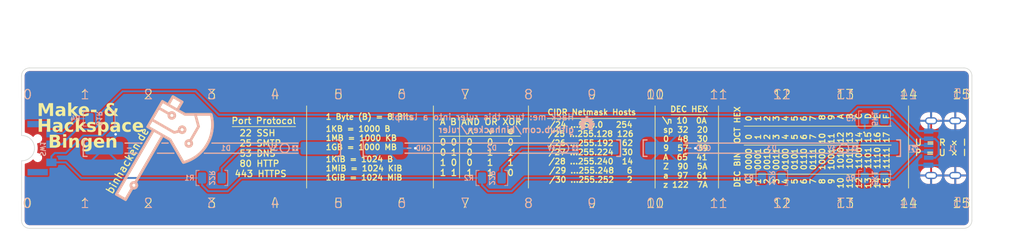
<source format=kicad_pcb>
(kicad_pcb (version 20241229) (generator "pcbnew") (generator_version "9.0")
  (title_block (title "PCB Ruler \"Bright Start\"") (date "2025-09-01") (rev "1") (company "Make- & Hackspace Bingen") (comment 1 "Designed with <3 by Stefan"))
  (layers (0 "F.Cu" signal) (2 "B.Cu" signal) (13 "F.Paste" user) (15 "B.Paste" user) (5 "F.SilkS" user "F.Silkscreen") (7 "B.SilkS" user "B.Silkscreen") (1 "F.Mask" user) (3 "B.Mask" user) (25 "Edge.Cuts" user))
  (net 0 "")
  (net 1 "Net-(D1-A)")
  (net 2 "GND")
  (net 3 "Net-(D2-A)")
  (net 4 "Net-(D3-A)")
  (net 5 "+5V")
  (net 6 "Net-(R1-Pad2)")
  (net 7 "Net-(U1-CC1)")
  (net 8 "Net-(U1-CC2)")
  (net 9 "Net-(R4-Pad2)")
  (footprint "_mykicadlib:binhacken_axe_10" (layer "F.Cu") (at 83.518093 98.648063 -30)
    (property "Reference" "G***" (hide yes))
    (property "Value" "LOGO" (hide yes))
  )
  (footprint "_mykicadlib:binhacken-axe-10mm-filled" (layer "F.Cu") (at 83.525784 98.649519 -30)
    (property "Reference" "G***" (hide yes))
    (property "Value" "LOGO" (hide yes))
  )
  (footprint "_mykicadlib:R_1206_3216Metric_Pad1.30x1.75mm_HandSolder" (layer "B.Cu") (at 90.794375 102.2 180)
    (property "Reference" "R1" (at 3.544375 0 0) (layer "B.SilkS") (effects (font (size 0.8 0.8) (thickness 0.16) (bold yes)) (justify mirror)))
    (property "Value" "22R" (at 0 0 270) (layer "B.SilkS") (effects (font (size 0.8 0.8) (thickness 0.16) (bold yes)) (justify mirror)))
    (pad "1" smd roundrect (at -1.55 0 180) (size 1.3 1.75) (layers "B.Cu" "B.Mask" "B.Paste") (roundrect_rratio 0.192308) (net 1 "Net-(D1-A)"))
    (pad "2" smd roundrect (at 1.55 0 180) (size 1.3 1.75) (layers "B.Cu" "B.Mask" "B.Paste") (roundrect_rratio 0.192308) (net 6 "Net-(R1-Pad2)"))
  )
  (footprint "_mykicadlib:LED_Filament_38mm" (layer "B.Cu") (at 134.98375 97.48306)
    (property "Reference" "D2" (at 0 -0.05 0) (layer "B.SilkS") (effects (font (size 0.8 0.8) (thickness 0.16) (bold yes)) (justify mirror)))
    (property "Value" "LED")
    (fp_text user "+" (at 13.75 0.05 180) (layer "B.SilkS" knockout) (effects (font (size 0.8 0.8) (thickness 0.16)) (justify right mirror)))
    (fp_text user "-" (at -13.65 0.05 180) (layer "B.SilkS") (effects (font (size 0.8 0.8) (thickness 0.16)) (justify left mirror)))
    (fp_text user "3V" (at 9.5 0 0) (layer "B.SilkS") (effects (font (size 0.8 0.8) (thickness 0.16)) (justify mirror)))
    (fp_text user "GND" (at -10.8 0 0) (layer "B.SilkS") (effects (font (size 0.8 0.8) (thickness 0.16)) (justify mirror)))
    (pad "1" smd roundrect (at -17 0 180) (size 6 2) (layers "B.Cu" "B.Mask" "B.Paste") (roundrect_rratio 0.15) (net 2 "GND"))
    (pad "2" smd roundrect (at 17 0 180) (size 6 2) (layers "B.Cu" "B.Mask" "B.Paste") (roundrect_rratio 0.15) (net 3 "Net-(D2-A)"))
  )
  (footprint "_easyeda2kicad:SW-SMD_3P-P1.50_L2.7-W6.6" (layer "B.Cu") (at 63.76 97.48306 90)
    (property "Reference" "SW1" (at -0.08306 0.34 270) (layer "B.SilkS") (effects (font (size 0.8 0.8) (thickness 0.16) (bold yes)) (justify mirror)))
    (property "Value" "SK-3296S-01-L1")
    (pad "" np_thru_hole circle (at -1.5 -0.46 90) (size 0.9 0.9) (drill 0.9) (layers "*.Cu" "*.Mask"))
    (pad "" np_thru_hole circle (at 1.5 -0.46 90) (size 0.9 0.9) (drill 0.9) (layers "*.Cu" "*.Mask"))
    (pad "0" smd rect (at -3.8 -0.46 90) (size 1 3.2) (layers "B.Cu" "B.Mask" "B.Paste"))
    (pad "0" smd rect (at 3.8 -0.48 90) (size 1 3.24) (layers "B.Cu" "B.Mask" "B.Paste"))
    (pad "1" smd rect (at -2.25 1.7 90) (size 1.2 1.6) (layers "B.Cu" "B.Mask" "B.Paste") (net 6 "Net-(R1-Pad2)"))
    (pad "2" smd rect (at 0.6 1.7 90) (size 1.2 1.6) (layers "B.Cu" "B.Mask" "B.Paste") (net 5 "+5V"))
    (pad "3" smd rect (at 2.3 1.7 90) (size 1.2 1.6) (layers "B.Cu" "B.Mask" "B.Paste") (net 9 "Net-(R4-Pad2)"))
  )
  (footprint "_mykicadlib:R_1206_3216Metric_Pad1.30x1.75mm_HandSolder" (layer "B.Cu") (at 195.381316 92.8)
    (property "Reference" "R5" (at -3.681316 0 0) (layer "B.SilkS") (effects (font (size 0.8 0.8) (thickness 0.16)) (justify mirror)))
    (property "Value" "5K1" (at 0 0 270) (layer "B.SilkS") (effects (font (size 0.8 0.8) (thickness 0.16) (bold yes)) (justify mirror)))
    (pad "1" smd roundrect (at -1.55 0) (size 1.3 1.75) (layers "B.Cu" "B.Mask" "B.Paste") (roundrect_rratio 0.192308) (net 2 "GND"))
    (pad "2" smd roundrect (at 1.55 0) (size 1.3 1.75) (layers "B.Cu" "B.Mask" "B.Paste") (roundrect_rratio 0.192308) (net 7 "Net-(U1-CC1)"))
  )
  (footprint "_artwork:oshw_logo_small" (layer "B.Cu") (at 149.966014 93.546 180)
    (property "Reference" "G***" (hide yes))
    (property "Value" "LOGO" (hide yes))
  )
  (footprint "_mykicadlib:R_1206_3216Metric_Pad1.30x1.75mm_HandSolder" (layer "B.Cu") (at 195.381316 102.2)
    (property "Reference" "R6" (at -3.781316 0 0) (layer "B.SilkS") (effects (font (size 0.8 0.8) (thickness 0.16)) (justify mirror)))
    (property "Value" "5K1" (at 0 0 270) (layer "B.SilkS") (effects (font (size 0.8 0.8) (thickness 0.16) (bold yes)) (justify mirror)))
    (pad "1" smd roundrect (at -1.55 0) (size 1.3 1.75) (layers "B.Cu" "B.Mask" "B.Paste") (roundrect_rratio 0.192308) (net 2 "GND"))
    (pad "2" smd roundrect (at 1.55 0) (size 1.3 1.75) (layers "B.Cu" "B.Mask" "B.Paste") (roundrect_rratio 0.192308) (net 8 "Net-(U1-CC2)"))
  )
  (footprint "_mykicadlib:LED_Filament_38mm" (layer "B.Cu") (at 90.794375 97.48306)
    (property "Reference" "D1" (at 2.2 0 0) (layer "B.SilkS") (effects (font (size 0.8 0.8) (thickness 0.16) (bold yes)) (justify mirror)))
    (property "Value" "LED")
    (fp_text user "3V" (at 9.7 0 0) (layer "B.SilkS") (effects (font (size 0.8 0.8) (thickness 0.16)) (justify mirror)))
    (fp_text user "-" (at -13.65 0.05 180) (layer "B.SilkS") (effects (font (size 0.8 0.8) (thickness 0.16)) (justify left mirror)))
    (fp_text user "+" (at 13.75 0.05 180) (layer "B.SilkS" knockout) (effects (font (size 0.8 0.8) (thickness 0.16)) (justify right mirror)))
    (pad "1" smd roundrect (at -17 0 180) (size 6 2) (layers "B.Cu" "B.Mask" "B.Paste") (roundrect_rratio 0.15) (net 2 "GND"))
    (pad "2" smd roundrect (at 17 0 180) (size 6 2) (layers "B.Cu" "B.Mask" "B.Paste") (roundrect_rratio 0.15) (net 1 "Net-(D1-A)"))
  )
  (footprint "_easyeda2kicad:TYPE-C-SMD_TYPE-C-6P" (layer "B.Cu") (at 206.0925 97.48306 -90)
    (property "Reference" "J1" (at 0.01694 -1.6075 180) (layer "B.SilkS") (effects (font (size 0.8 0.8) (thickness 0.16) (bold yes)) (justify mirror)))
    (property "Value" "TYPE-C 6P")
    (pad "7" thru_hole oval (at -4.32 -2.03 270) (size 1.1 1.9) (drill oval 0.700024 1.500022) (layers "*.Cu" "*.Mask") (net 2 "GND"))
    (pad "7" thru_hole oval (at -4.32 1.78 270) (size 1.1 1.9) (drill oval 0.700024 1.500022) (layers "*.Cu" "*.Mask") (net 2 "GND"))
    (pad "7" thru_hole oval (at 4.32 -2.03 270) (size 1.1 1.9) (drill oval 0.700024 1.500022) (layers "*.Cu" "*.Mask") (net 2 "GND"))
    (pad "7" thru_hole oval (at 4.32 1.78 270) (size 1.1 1.9) (drill oval 0.700024 1.500022) (layers "*.Cu" "*.Mask") (net 2 "GND"))
    (pad "A5" smd rect (at -0.5 2.165 270) (size 0.7 1.47) (layers "B.Cu" "B.Mask" "B.Paste") (net 7 "Net-(U1-CC1)"))
    (pad "A9" smd rect (at 1.5 2.165 270) (size 0.7 1.47) (layers "B.Cu" "B.Mask" "B.Paste") (net 5 "+5V"))
    (pad "A12" smd rect (at 2.7 2.215 270) (size 0.8 1.57) (layers "B.Cu" "B.Mask" "B.Paste") (net 2 "GND"))
    (pad "B5" smd rect (at 0.5 2.165 270) (size 0.7 1.47) (layers "B.Cu" "B.Mask" "B.Paste") (net 8 "Net-(U1-CC2)"))
    (pad "B9" smd rect (at -1.5 2.165 270) (size 0.7 1.47) (layers "B.Cu" "B.Mask" "B.Paste") (net 5 "+5V"))
    (pad "B12" smd rect (at -2.7 2.165 270) (size 0.8 1.47) (layers "B.Cu" "B.Mask" "B.Paste") (net 2 "GND"))
  )
  (footprint "_mykicadlib:R_1206_3216Metric_Pad1.30x1.75mm_HandSolder" (layer "B.Cu") (at 134.98375 102.2 180)
    (property "Reference" "R2" (at 3.63375 0 0) (layer "B.SilkS") (effects (font (size 0.8 0.8) (thickness 0.16) (bold yes)) (justify mirror)))
    (property "Value" "22R" (at 0 0 270) (layer "B.SilkS") (effects (font (size 0.8 0.8) (thickness 0.16) (bold yes)) (justify mirror)))
    (pad "1" smd roundrect (at -1.55 0 180) (size 1.3 1.75) (layers "B.Cu" "B.Mask" "B.Paste") (roundrect_rratio 0.192308) (net 3 "Net-(D2-A)"))
    (pad "2" smd roundrect (at 1.55 0 180) (size 1.3 1.75) (layers "B.Cu" "B.Mask" "B.Paste") (roundrect_rratio 0.192308) (net 6 "Net-(R1-Pad2)"))
  )
  (footprint "_mykicadlib:binhacken-axe-10mm-filled" (layer "B.Cu") (at 83.5 98.638388 150)
    (property "Reference" "G***" (hide yes))
    (property "Value" "LOGO" (hide yes))
  )
  (footprint "_mykicadlib:R_1206_3216Metric_Pad1.30x1.75mm_HandSolder" (layer "B.Cu") (at 179.173125 102.2 180)
    (property "Reference" "R3" (at 3.623125 0 0) (layer "B.SilkS") (effects (font (size 0.8 0.8) (thickness 0.16)) (justify mirror)))
    (property "Value" "22R" (at 0 -0.01 270) (layer "B.SilkS") (effects (font (size 0.8 0.8) (thickness 0.16) (bold yes)) (justify mirror)))
    (pad "1" smd roundrect (at -1.55 0 180) (size 1.3 1.75) (layers "B.Cu" "B.Mask" "B.Paste") (roundrect_rratio 0.192308) (net 4 "Net-(D3-A)"))
    (pad "2" smd roundrect (at 1.55 0 180) (size 1.3 1.75) (layers "B.Cu" "B.Mask" "B.Paste") (roundrect_rratio 0.192308) (net 6 "Net-(R1-Pad2)"))
  )
  (footprint "_mykicadlib:R_1206_3216Metric_Pad1.30x1.75mm_HandSolder" (layer "B.Cu") (at 73 92.8 180)
    (property "Reference" "R4" (at 3.75 0 0) (layer "B.SilkS") (effects (font (size 0.8 0.8) (thickness 0.16)) (justify mirror)))
    (property "Value" "51R" (at 0 0 270) (layer "B.SilkS") (effects (font (size 0.8 0.8) (thickness 0.16) (bold yes)) (justify mirror)))
    (pad "1" smd roundrect (at -1.55 0 180) (size 1.3 1.75) (layers "B.Cu" "B.Mask" "B.Paste") (roundrect_rratio 0.192308) (net 6 "Net-(R1-Pad2)"))
    (pad "2" smd roundrect (at 1.55 0 180) (size 1.3 1.75) (layers "B.Cu" "B.Mask" "B.Paste") (roundrect_rratio 0.192308) (net 9 "Net-(R4-Pad2)"))
  )
  (footprint "_mykicadlib:binhacken_axe_10" (layer "B.Cu") (at 83.518093 98.648063 150)
    (property "Reference" "G***" (hide yes))
    (property "Value" "LOGO" (hide yes))
  )
  (footprint "_mykicadlib:LED_Filament_38mm" (layer "B.Cu") (at 179.173125 97.48306)
    (property "Reference" "D3" (at 0 -0.05 0) (layer "B.SilkS") (effects (font (size 0.8 0.8) (thickness 0.16) (bold yes)) (justify mirror)))
    (property "Value" "LED")
    (fp_text user "3V" (at 9.5 0 0) (layer "B.SilkS") (effects (font (size 0.8 0.8) (thickness 0.16)) (justify mirror)))
    (fp_text user "GND" (at -10.8 0 0) (layer "B.SilkS") (effects (font (size 0.8 0.8) (thickness 0.16)) (justify mirror)))
    (fp_text user "-" (at -13.65 0.05 180) (layer "B.SilkS") (effects (font (size 0.8 0.8) (thickness 0.16)) (justify left mirror)))
    (fp_text user "+" (at 13.75 0.05 180) (layer "B.SilkS" knockout) (effects (font (size 0.8 0.8) (thickness 0.16)) (justify right mirror)))
    (pad "1" smd roundrect (at -17 0 180) (size 6 2) (layers "B.Cu" "B.Mask" "B.Paste") (roundrect_rratio 0.15) (net 2 "GND"))
    (pad "2" smd roundrect (at 17 0 180) (size 6 2) (layers "B.Cu" "B.Mask" "B.Paste") (roundrect_rratio 0.15) (net 4 "Net-(D3-A)"))
  )
  (gr_line (start 200.75 90.8) (end 200.75 103.8) (stroke (width 0.12)) (layer "F.SilkS"))
  (gr_line (start 174.8 94) (end 198 94) (stroke (width 0.12)) (layer "F.SilkS"))
  (gr_line (start 174.8 101.6) (end 198 101.6) (stroke (width 0.12)) (layer "F.SilkS"))
  (gr_line (start 125.75 90.8) (end 125.75 103.8) (stroke (width 0.12)) (layer "F.SilkS"))
  (gr_line (start 160.75 90.8) (end 160.75 103.8) (stroke (width 0.12)) (layer "F.SilkS"))
  (gr_line (start 174.8 97) (end 198 97) (stroke (width 0.12)) (layer "F.SilkS"))
  (gr_line (start 140.75 90.8) (end 140.75 103.8) (stroke (width 0.12)) (layer "F.SilkS"))
  (gr_line (start 163.3 92.2) (end 169 92.2) (stroke (width 0.12)) (layer "F.SilkS"))
  (gr_line (start 94 94.070506) (end 104 94.070506) (stroke (width 0.12)) (layer "F.SilkS"))
  (gr_line (start 143.75 92.8) (end 157.75 92.8) (stroke (width 0.12)) (layer "F.SilkS"))
  (gr_line (start 129.881428 92.6) (end 129.881428 102.2) (stroke (width 0.12)) (layer "F.SilkS"))
  (gr_line (start 170.75 90.8) (end 170.75 103.8) (stroke (width 0.12)) (layer "F.SilkS"))
  (gr_line (start 126.681428 95.6) (end 139.481428 95.6) (stroke (width 0.12)) (layer "F.SilkS"))
  (gr_line (start 105.75 90.8) (end 105.75 103.8) (stroke (width 0.12)) (layer "F.SilkS"))
  (gr_line (start 210.75 86.05) (end 210.75 108.916117) (stroke (width 0.1)) (layer "Edge.Cuts"))
  (gr_line (start 209.5 110.166117) (end 62 110.166117) (stroke (width 0.1)) (layer "Edge.Cuts"))
  (gr_line (start 60.75837 95.483491) (end 60.75 86.05) (stroke (width 0.1)) (layer "Edge.Cuts"))
  (gr_line (start 62 84.8) (end 209.5 84.8) (stroke (width 0.1)) (layer "Edge.Cuts"))
  (gr_arc (start 60.75837 95.483491) (mid 62.8 97.482375) (end 60.759736 99.482653) (stroke (width 0.1)) (layer "Edge.Cuts"))
  (gr_line (start 60.759555 99.482653) (end 60.75 108.922619) (stroke (width 0.1)) (layer "Edge.Cuts"))
  (gr_arc (start 62 110.166117) (mid 61.116117 109.8) (end 60.75 108.916117) (stroke (width 0.1)) (layer "Edge.Cuts"))
  (gr_arc (start 60.75 86.05) (mid 61.116117 85.166117) (end 62 84.8) (stroke (width 0.1)) (layer "Edge.Cuts"))
  (gr_arc (start 209.5 84.8) (mid 210.383883 85.166117) (end 210.75 86.05) (stroke (width 0.1)) (layer "Edge.Cuts"))
  (gr_arc (start 210.75 108.916117) (mid 210.383883 109.8) (end 209.5 110.166117) (stroke (width 0.1)) (layer "Edge.Cuts"))
  (gr_text "14" (at 200.764286 106.2 0) (layer "F.SilkS") (effects (font (size 1.5 1.5))))
  (gr_text "10" (at 160.764286 106.2 0) (layer "F.SilkS") (effects (font (size 1.5 1.5))))
  (gr_text "13" (at 190.764286 106.2 0) (layer "F.SilkS") (effects (font (size 1.5 1.5))))
  (gr_text "2" (at 80.764286 106.2 0) (layer "F.SilkS") (effects (font (size 1.5 1.5))))
  (gr_text "7" (at 130.764286 106.2 0) (layer "F.SilkS") (effects (font (size 1.5 1.5))))
  (gr_text "8" (at 140.764286 106.2 0) (layer "F.SilkS") (effects (font (size 1.5 1.5))))
  (gr_text "12" (at 180.764286 106.2 0) (layer "F.SilkS") (effects (font (size 1.5 1.5))))
  (gr_text "3" (at 90.764286 106.2 0) (layer "F.SilkS") (effects (font (size 1.5 1.5))))
  (gr_text "5" (at 110.764286 106.2 0) (layer "F.SilkS") (effects (font (size 1.5 1.5))))
  (gr_text "4" (at 100.764286 106.2 0) (layer "F.SilkS") (effects (font (size 1.5 1.5))))
  (gr_text "6" (at 120.764286 106.2 0) (layer "F.SilkS") (effects (font (size 1.5 1.5))))
  (gr_text "11" (at 170.764286 106.2 0) (layer "F.SilkS") (effects (font (size 1.5 1.5))))
  (gr_text "9" (at 150.764286 106.2 0) (layer "F.SilkS") (effects (font (size 1.5 1.5))))
  (gr_text "1" (at 70.764286 106.2 0) (layer "F.SilkS") (effects (font (size 1.5 1.5))))
  (gr_text "0" (at 61.7 106.2 0) (layer "F.SilkS") (effects (font (size 1.5 1.5))))
  (gr_text "10" (at 160.764286 89 0) (layer "F.SilkS") (effects (font (size 1.5 1.5))))
  (gr_text "9" (at 150.764286 89 0) (layer "F.SilkS") (effects (font (size 1.5 1.5))))
  (gr_text "1" (at 70.764286 89 0) (layer "F.SilkS") (effects (font (size 1.5 1.5))))
  (gr_text "7" (at 130.764286 89 0) (layer "F.SilkS") (effects (font (size 1.5 1.5))))
  (gr_text "2" (at 80.764286 89 0) (layer "F.SilkS") (effects (font (size 1.5 1.5))))
  (gr_text "11" (at 170.764286 89 0) (layer "F.SilkS") (effects (font (size 1.5 1.5))))
  (gr_text "13" (at 190.764286 89 0) (layer "F.SilkS") (effects (font (size 1.5 1.5))))
  (gr_text "14" (at 200.764286 89 0) (layer "F.SilkS") (effects (font (size 1.5 1.5))))
  (gr_text "12" (at 180.764286 89 0) (layer "F.SilkS") (effects (font (size 1.5 1.5))))
  (gr_text "0" (at 61.7 89 0) (layer "F.SilkS") (effects (font (size 1.5 1.5))))
  (gr_text "4" (at 100.764286 89 0) (layer "F.SilkS") (effects (font (size 1.5 1.5))))
  (gr_text "3" (at 90.764286 89 0) (layer "F.SilkS") (effects (font (size 1.5 1.5))))
  (gr_text "8" (at 140.764286 89 0) (layer "F.SilkS") (effects (font (size 1.5 1.5))))
  (gr_text "15" (at 209.1 89 0) (layer "F.SilkS") (effects (font (size 1.5 1.5))))
  (gr_text "5" (at 110.764286 89 0) (layer "F.SilkS") (effects (font (size 1.5 1.5))))
  (gr_text "6" (at 120.764286 89 0) (layer "F.SilkS") (effects (font (size 1.5 1.5))))
  (gr_text "U = R × I\nP = U × I" (at 205.8 97.4 0) (layer "F.SilkS") (effects (font (size 1 1) (thickness 0.18) (bold yes))))
  (gr_text "Bingen" (at 64.95 95.4 0) (layer "F.SilkS") (effects (font (size 2 2) (thickness 0.3) (bold yes)) (justify left top)))
  (gr_text "CIDR Netmask Hosts" (at 150.75 91.8 0) (layer "F.SilkS") (effects (font (size 0.9 0.9) (thickness 0.18) (bold yes))))
  (gr_text "A B AND OR XOR\n\n0 0  0   0   0\n0 1  0   1   1\n1 0  0   1   1\n1 1  1   1   0" (at 126.681428 92.73604 0) (layer "F.SilkS") (effects (font (size 1 1) (thickness 0.18) (bold yes)) (justify left top)))
  (gr_text "\n 0  0000  0   0\n 1  0001  1   1\n 2  0010  2   2\n 3  0011  3   3\n 4  0100  4   4\n 5  0101  5   5\n 6  0110  6   6\n 7  0111  7   7\n 8  1000 10   8\n 9  1001 11   9\n10  1010 12   A\n11  1011 13   B\n12  1100 14   C\n13  1101 15   D\n14  1110 16   E\n15  1111 17   F" (at 173.560803 103.965714 90) (layer "F.SilkS") (effects (font (size 0.9 0.9) (thickness 0.18) (bold yes)) (justify left top)))
  (gr_text "1KiB = 1024 B\n1MiB = 1024 KiB\n1GiB = 1024 MiB" (at 108.670001 98.703451 0) (layer "F.SilkS") (effects (font (size 0.9 0.9) (thickness 0.18) (bold yes)) (justify left top)))
  (gr_text "DEC BIN  OCT HEX" (at 173.2 103.8 90) (layer "F.SilkS") (effects (font (size 0.9 0.9) (thickness 0.18) (bold yes)) (justify left top)))
  (gr_text "binhacken.de" (at 75.084477 105 60) (layer "F.SilkS") (effects (font (size 1.2 1.2) (thickness 0.19)) (justify left bottom)))
  (gr_text "Hackspace" (at 63.2 92.9 0) (layer "F.SilkS") (effects (font (size 2 2) (thickness 0.3) (bold yes)) (justify left top)))
  (gr_text "Make- &" (at 63.2 90.4 0) (layer "F.SilkS") (effects (font (size 2 2) (thickness 0.3) (bold yes)) (justify left top)))
  (gr_text " 22 SSH\n 25 SMTP\n 53 DNS\n 80 HTTP\n443 HTTPS" (at 94.297039 94.511518 0) (layer "F.SilkS") (effects (font (size 1 1) (thickness 0.18) (bold yes)) (justify left top)))
  (gr_text "Port Protocol" (at 93.8 92.570506 0) (layer "F.SilkS") (effects (font (size 1 1) (thickness 0.18) (bold yes)) (justify left top)))
  (gr_text "1 Byte (B) = 8 Bits" (at 108.670001 92.003451 0) (layer "F.SilkS") (effects (font (size 0.9 0.9) (thickness 0.18) (bold yes)) (justify left top)))
  (gr_text "1KB = 1000 B\n1MB = 1000 KB\n1GB = 1000 MB" (at 108.670001 93.904502 0) (layer "F.SilkS") (effects (font (size 0.9 0.9) (thickness 0.18) (bold yes)) (justify left top)))
  (gr_text "\n/24 ...255.0   254\n/25 ...255.128 126\n/26 ...255.192  62\n/27 ...255.224  30\n/28 ...255.240  14\n/29 ...255.248   6\n/30 ...255.252   2" (at 150.6 97.4 0) (layer "F.SilkS") (effects (font (size 0.9 0.9) (thickness 0.18) (bold yes))))
  (gr_text "\\n 10  0A\nsp 32  20\n0  48  30\n9  57  39\nA  65  41\nZ  90  5A\na  97  61\nz 122  7A" (at 161.927143 92.6 0) (layer "F.SilkS") (effects (font (size 0.9 0.9) (thickness 0.18) (bold yes)) (justify left top)))
  (gr_text "15" (at 209.1 106.2 0) (layer "F.SilkS") (effects (font (size 1.5 1.5))))
  (gr_text "." (at 193.4 94.1 0) (layer "F.SilkS") (effects (font (size 0.9 0.9) (thickness 0.18) (bold yes)) (justify left top)))
  (gr_text "     ∧   ∨   ⊕" (at 133.081428 94.8 0) (layer "F.SilkS") (effects (font (size 0.9 0.9) (thickness 0.18) (bold yes))))
  (gr_text "  DEC HEX" (at 161.67 90.8 0) (layer "F.SilkS") (effects (font (size 0.9 0.9) (thickness 0.18) (bold yes)) (justify left top)))
  (gr_text "15" (at 210.7 88.9 0) (layer "B.SilkS") (effects (font (size 1.5 1.5)) (justify left mirror)))
  (gr_text "5" (at 110.764286 89 0) (layer "B.SilkS") (effects (font (size 1.5 1.5)) (justify mirror)))
  (gr_text "1" (at 70.764286 89 0) (layer "B.SilkS") (effects (font (size 1.5 1.5)) (justify mirror)))
  (gr_text "8" (at 140.764286 89 0) (layer "B.SilkS") (effects (font (size 1.5 1.5)) (justify mirror)))
  (gr_text "4" (at 100.764286 89 0) (layer "B.SilkS") (effects (font (size 1.5 1.5)) (justify mirror)))
  (gr_text "0" (at 60.9 89 0) (layer "B.SilkS") (effects (font (size 1.5 1.5)) (justify right mirror)))
  (gr_text "12" (at 180.764286 89 0) (layer "B.SilkS") (effects (font (size 1.5 1.5)) (justify mirror)))
  (gr_text "9" (at 150.764286 89 0) (layer "B.SilkS") (effects (font (size 1.5 1.5)) (justify mirror)))
  (gr_text "10" (at 160.764286 89 0) (layer "B.SilkS") (effects (font (size 1.5 1.5)) (justify mirror)))
  (gr_text "11" (at 170.764286 89 0) (layer "B.SilkS") (effects (font (size 1.5 1.5)) (justify mirror)))
  (gr_text "2" (at 80.764286 89 0) (layer "B.SilkS") (effects (font (size 1.5 1.5)) (justify mirror)))
  (gr_text "3" (at 90.764286 89 0) (layer "B.SilkS") (effects (font (size 1.5 1.5)) (justify mirror)))
  (gr_text "7" (at 130.764286 89 0) (layer "B.SilkS") (effects (font (size 1.5 1.5)) (justify mirror)))
  (gr_text "14" (at 200.764286 89 0) (layer "B.SilkS") (effects (font (size 1.5 1.5)) (justify mirror)))
  (gr_text "13" (at 190.764286 89 0) (layer "B.SilkS") (effects (font (size 1.5 1.5)) (justify mirror)))
  (gr_text "6" (at 120.764286 89 0) (layer "B.SilkS") (effects (font (size 1.5 1.5)) (justify mirror)))
  (gr_text "6" (at 120.764286 106.2 0) (layer "B.SilkS") (effects (font (size 1.5 1.5)) (justify mirror)))
  (gr_text "13" (at 190.764286 106.2 0) (layer "B.SilkS") (effects (font (size 1.5 1.5)) (justify mirror)))
  (gr_text "14" (at 200.764286 106.2 0) (layer "B.SilkS") (effects (font (size 1.5 1.5)) (justify mirror)))
  (gr_text "7" (at 130.764286 106.2 0) (layer "B.SilkS") (effects (font (size 1.5 1.5)) (justify mirror)))
  (gr_text "3" (at 90.764286 106.2 0) (layer "B.SilkS") (effects (font (size 1.5 1.5)) (justify mirror)))
  (gr_text "2" (at 80.764286 106.2 0) (layer "B.SilkS") (effects (font (size 1.5 1.5)) (justify mirror)))
  (gr_text "11" (at 170.764286 106.2 0) (layer "B.SilkS") (effects (font (size 1.5 1.5)) (justify mirror)))
  (gr_text "10" (at 160.764286 106.2 0) (layer "B.SilkS") (effects (font (size 1.5 1.5)) (justify mirror)))
  (gr_text "9" (at 150.764286 106.2 0) (layer "B.SilkS") (effects (font (size 1.5 1.5)) (justify mirror)))
  (gr_text "12" (at 180.764286 106.2 0) (layer "B.SilkS") (effects (font (size 1.5 1.5)) (justify mirror)))
  (gr_text "0" (at 60.8 106.2 0) (layer "B.SilkS") (effects (font (size 1.5 1.5)) (justify right mirror)))
  (gr_text "4" (at 100.764286 106.2 0) (layer "B.SilkS") (effects (font (size 1.5 1.5)) (justify mirror)))
  (gr_text "8" (at 140.764286 106.2 0) (layer "B.SilkS") (effects (font (size 1.5 1.5)) (justify mirror)))
  (gr_text "1" (at 70.764286 106.2 0) (layer "B.SilkS") (effects (font (size 1.5 1.5)) (justify mirror)))
  (gr_text "5" (at 110.764286 106.2 0) (layer "B.SilkS") (effects (font (size 1.5 1.5)) (justify mirror)))
  (gr_text "v1" (at 202.238527 98.06406 -0) (layer "B.SilkS" knockout) (effects (font (size 0.8 0.8) (thickness 0.2) (bold yes)) (justify left bottom mirror)))
  (gr_text "Hack me: turn this ruler into a lamp!\n" (at 148.066014 93.15 0) (layer "B.SilkS") (effects (font (size 1 1) (thickness 0.16)) (justify left bottom mirror)))
  (gr_text "15" (at 210.7 106.1 0) (layer "B.SilkS") (effects (font (size 1.5 1.5)) (justify left mirror)))
  (gr_text "github.com/binhacken/ruler" (at 148.066014 95.15 0) (layer "B.SilkS") (effects (font (size 1 1) (thickness 0.2) (bold yes)) (justify left bottom mirror)))
  (segment (start 92.344375 100.655625) (end 95.48306 97.51694) (width 0.3) (layer "B.Cu") (net 1))
  (segment (start 95.48306 97.51694) (end 107.794375 97.51694) (width 0.3) (layer "B.Cu") (net 1))
  (segment (start 92.344375 102.2) (end 92.344375 100.655625) (width 0.3) (layer "B.Cu") (net 1))
  (via (at 122.9 97.5) (size 0.6) (drill 0.4) (layers "F.Cu" "B.Cu") (net 2))
  (via (at 75.6 95.3) (size 0.6) (drill 0.4) (layers "F.Cu" "B.Cu") (net 2))
  (via (at 167.1 97.5) (size 0.6) (drill 0.4) (layers "F.Cu" "B.Cu") (net 2))
  (segment (start 75.6 95.711315) (end 73.794375 97.51694) (width 0.3) (layer "B.Cu") (net 2))
  (segment (start 122.88306 97.51694) (end 122.9 97.5) (width 0.3) (layer "B.Cu") (net 2))
  (segment (start 203.91694 94.78306) (end 203.9 94.76612) (width 0.3) (layer "B.Cu") (net 2))
  (segment (start 203.8775 94.78306) (end 203.91694 94.78306) (width 0.3) (layer "B.Cu") (net 2))
  (segment (start 162.173125 97.51694) (end 167.08306 97.51694) (width 0.3) (layer "B.Cu") (net 2))
  (segment (start 203.9 94.76612) (end 203.9 93.57556) (width 0.3) (layer "B.Cu") (net 2))
  (segment (start 75.6 95.3) (end 75.6 95.711315) (width 0.3) (layer "B.Cu") (net 2))
  (segment (start 203.9 93.57556) (end 204.3125 93.16306) (width 0.3) (layer "B.Cu") (net 2))
  (segment (start 117.98375 97.51694) (end 122.88306 97.51694) (width 0.3) (layer "B.Cu") (net 2))
  (segment (start 167.08306 97.51694) (end 167.1 97.5) (width 0.3) (layer "B.Cu") (net 2))
  (segment (start 151.98375 97.51694) (end 139.68306 97.51694) (width 0.3) (layer "B.Cu") (net 3))
  (segment (start 139.68306 97.51694) (end 136.53375 100.66625) (width 0.3) (layer "B.Cu") (net 3))
  (segment (start 136.53375 100.66625) (end 136.53375 102.2) (width 0.3) (layer "B.Cu") (net 3))
  (segment (start 196.173125 97.51694) (end 189.78306 97.51694) (width 0.3) (layer "B.Cu") (net 4))
  (segment (start 189.78306 97.51694) (end 185.1 102.2) (width 0.3) (layer "B.Cu") (net 4))
  (segment (start 185.1 102.2) (end 180.723125 102.2) (width 0.3) (layer "B.Cu") (net 4))
  (segment (start 65.46 96.88306) (end 67.11694 96.88306) (width 0.3) (layer "B.Cu") (net 5))
  (segment (start 67.11694 96.88306) (end 69.5 94.5) (width 0.3) (layer "B.Cu") (net 5))
  (segment (start 205.5 96.6) (end 205.5 98.47944) (width 0.3) (layer "B.Cu") (net 5))
  (segment (start 73.031 92.169) (end 76.7 88.5) (width 0.3) (layer "B.Cu") (net 5))
  (segment (start 205.5 98.47944) (end 204.9625 99.01694) (width 0.3) (layer "B.Cu") (net 5))
  (segment (start 91.9 92.2) (end 191.55 92.2) (width 0.3) (layer "B.Cu") (net 5))
  (segment (start 88.2 88.5) (end 91.9 92.2) (width 0.3) (layer "B.Cu") (net 5))
  (segment (start 197.8 91) (end 202.81694 96.01694) (width 0.3) (layer "B.Cu") (net 5))
  (segment (start 69.5 94.5) (end 72.2 94.5) (width 0.3) (layer "B.Cu") (net 5))
  (segment (start 72.2 94.5) (end 73.031 93.669) (width 0.3) (layer "B.Cu") (net 5))
  (segment (start 191.55 92.2) (end 192.75 91) (width 0.3) (layer "B.Cu") (net 5))
  (segment (start 204.91694 96.01694) (end 205.5 96.6) (width 0.3) (layer "B.Cu") (net 5))
  (segment (start 204.9625 99.01694) (end 204.0625 99.01694) (width 0.3) (layer "B.Cu") (net 5))
  (segment (start 192.75 91) (end 197.8 91) (width 0.3) (layer "B.Cu") (net 5))
  (segment (start 73.031 93.669) (end 73.031 92.169) (width 0.3) (layer "B.Cu") (net 5))
  (segment (start 76.7 88.5) (end 88.2 88.5) (width 0.3) (layer "B.Cu") (net 5))
  (segment (start 202.81694 96.01694) (end 204.91694 96.01694) (width 0.3) (layer "B.Cu") (net 5))
  (segment (start 65.46 98.79) (end 65.46 99.73306) (width 0.3) (layer "B.Cu") (net 6))
  (segment (start 70.5 95.5) (end 73.5 95.5) (width 0.3) (layer "B.Cu") (net 6))
  (segment (start 65.46 98.79) (end 66 98.25) (width 0.3) (layer "B.Cu") (net 6))
  (segment (start 133.43375 103.33375) (end 133.43375 102.2) (width 0.3) (layer "B.Cu") (net 6))
  (segment (start 73.5 95.5) (end 74.55 94.45) (width 0.3) (layer "B.Cu") (net 6))
  (segment (start 66 98.25) (end 67.75 98.25) (width 0.3) (layer "B.Cu") (net 6))
  (segment (start 95.4 102.2) (end 93.3 104.3) (width 0.3) (layer "B.Cu") (net 6))
  (segment (start 140.2 102.2) (end 138.1 104.3) (width 0.3) (layer "B.Cu") (net 6))
  (segment (start 134.4 104.3) (end 133.43375 103.33375) (width 0.3) (layer "B.Cu") (net 6))
  (segment (start 70.2 102.2) (end 67.73306 99.73306) (width 0.3) (layer "B.Cu") (net 6))
  (segment (start 67.73306 99.73306) (end 65.46 99.73306) (width 0.3) (layer "B.Cu") (net 6))
  (segment (start 90.2 104.3) (end 89.244375 103.344375) (width 0.3) (layer "B.Cu") (net 6))
  (segment (start 67.75 98.25) (end 70.5 95.5) (width 0.3) (layer "B.Cu") (net 6))
  (segment (start 133.43375 102.2) (end 95.4 102.2) (width 0.3) (layer "B.Cu") (net 6))
  (segment (start 138.1 104.3) (end 134.4 104.3) (width 0.3) (layer "B.Cu") (net 6))
  (segment (start 74.55 94.45) (end 74.55 92.8) (width 0.3) (layer "B.Cu") (net 6))
  (segment (start 89.244375 103.344375) (end 89.244375 102.2) (width 0.3) (layer "B.Cu") (net 6))
  (segment (start 89.244375 102.2) (end 70.2 102.2) (width 0.3) (layer "B.Cu") (net 6))
  (segment (start 93.3 104.3) (end 90.2 104.3) (width 0.3) (layer "B.Cu") (net 6))
  (segment (start 177.623125 102.2) (end 140.2 102.2) (width 0.3) (layer "B.Cu") (net 6))
  (segment (start 196.931316 92.8) (end 198.3 92.8) (width 0.3) (layer "B.Cu") (net 7))
  (segment (start 198.3 92.8) (end 202.51694 97.01694) (width 0.3) (layer "B.Cu") (net 7))
  (segment (start 202.51694 97.01694) (end 204.0625 97.01694) (width 0.3) (layer "B.Cu") (net 7))
  (segment (start 202.53306 98.01694) (end 198.35 102.2) (width 0.3) (layer "B.Cu") (net 8))
  (segment (start 198.35 102.2) (end 196.931316 102.2) (width 0.3) (layer "B.Cu") (net 8))
  (segment (start 204.0625 98.01694) (end 202.53306 98.01694) (width 0.3) (layer "B.Cu") (net 8))
  (segment (start 67.21694 95.18306) (end 65.46 95.18306) (width 0.3) (layer "B.Cu") (net 9))
  (segment (start 69.6 92.8) (end 67.21694 95.18306) (width 0.3) (layer "B.Cu") (net 9))
  (segment (start 71.45 92.8) (end 69.6 92.8) (width 0.3) (layer "B.Cu") (net 9))
  (zone (net 2) (net_name "GND") (layers "F.Cu" "B.Cu") (connect_pads (clearance 0.254)) (min_thickness 0.254) (fill yes (thermal_gap 0.8) (thermal_bridge_width 0.3) (smoothing chamfer))
    (polygon (pts (xy 59.91 110.8) (xy 211.31 110.8) (xy 211.31 84) (xy 59.91 84)))
  )
  (zone (net 0) (net_name "") (layers "F.Cu" "B.Cu") (connect_pads (clearance 0)) (min_thickness 0.25)
    (keepout (tracks allowed) (vias allowed) (pads allowed) (copperpour not_allowed) (footprints allowed))
    (fill (thermal_gap 0.5) (thermal_bridge_width 0.5))
    (polygon (pts (xy 82.96825 90.038388) (xy 83.9 90.538388) (xy 84.7 89.238388) (xy 86.2 90.138388) (xy 85.5 91.38306) (xy 86.6 92.038388) (xy 90.7 92.038388) (xy 90.99325 93.138388) (xy 91 94.585724) (xy 90.59325 96.03306) (xy 90 97.238388) (xy 89.16825 98.28306) (xy 87.9 99.238388) (xy 86.31825 99.88306) (xy 84.06825 96.23306) (xy 83.1 95.70806) (xy 78.9 102.938388) (xy 79.1 103.338388) (xy 78.95 103.638388) (xy 78.7 103.938388) (xy 78.3 103.938388) (xy 77.2 105.738388) (xy 75.6 104.838388) (xy 81.4 94.638388) (xy 80.6 94.138388)))
  )
)
</source>
